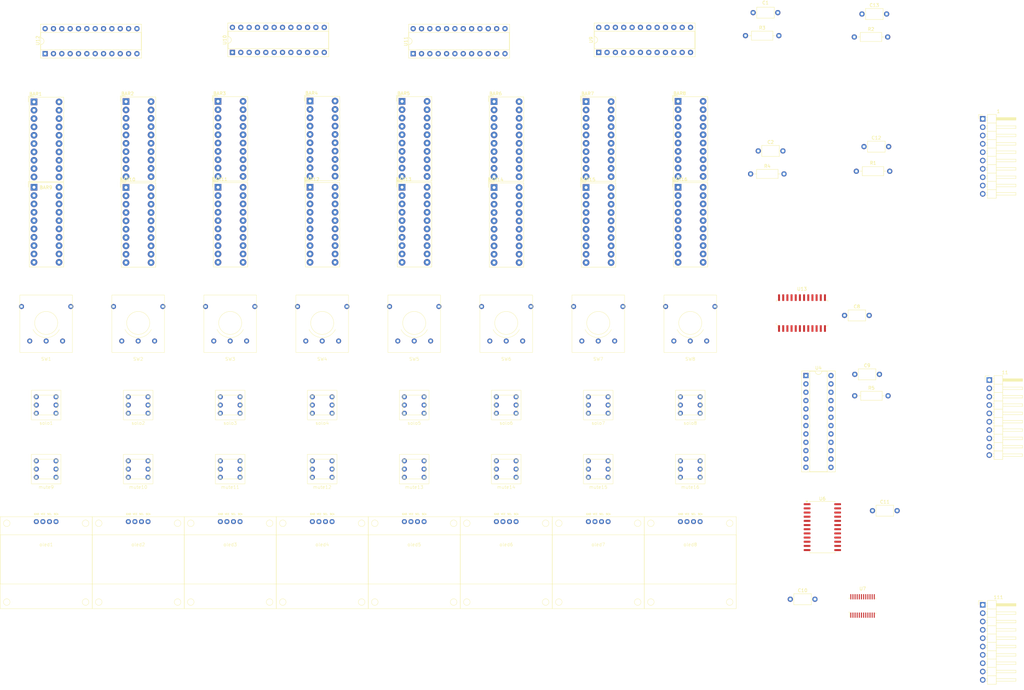
<source format=kicad_pcb>
(kicad_pcb (version 20240108) (generator "pcbnew") (generator_version "8.0")
  (layers (0 "F.Cu" signal) (31 "B.Cu" signal) (34 "B.Paste" user) (35 "F.Paste" user) (36 "B.SilkS" user "B.Silkscreen") (37 "F.SilkS" user "F.Silkscreen") (38 "B.Mask" user) (39 "F.Mask" user) (44 "Edge.Cuts" user))
  (net 0 "")
  (net 1 "Net-(U11-SEG_B)")
  (net 2 "Net-(U11-DIG_0)")
  (net 3 "Net-(U11-SEG_E)")
  (net 4 "Net-(U12-DIG_0)")
  (net 5 "Net-(U12-SEG_E)")
  (net 6 "Net-(U12-SEG_A)")
  (net 7 "Net-(U11-SEG_A)")
  (net 8 "Net-(U12-SEG_D)")
  (net 9 "Net-(U12-SEG_C)")
  (net 10 "Net-(U11-SEG_C)")
  (net 11 "Net-(U11-SEG_D)")
  (net 12 "Net-(U12-SEG_B)")
  (net 13 "Net-(U12-DIG_1)")
  (net 14 "Net-(U11-DIG_1)")
  (net 15 "Net-(U11-DIG_2)")
  (net 16 "Net-(U12-DIG_2)")
  (net 17 "Net-(U11-DIG_3)")
  (net 18 "Net-(U12-DIG_3)")
  (net 19 "Net-(U12-DIG_4)")
  (net 20 "Net-(U11-DIG_4)")
  (net 21 "Net-(U12-DIG_5)")
  (net 22 "Net-(U11-DIG_5)")
  (net 23 "Net-(U12-DIG_6)")
  (net 24 "Net-(U11-DIG_6)")
  (net 25 "Net-(U11-DIG_7)")
  (net 26 "Net-(U12-DIG_7)")
  (net 27 "Net-(U9-DIG_0)")
  (net 28 "Net-(U10-DIG_0)")
  (net 29 "Net-(U9-SEG_D)")
  (net 30 "Net-(U9-SEG_C)")
  (net 31 "Net-(U9-SEG_B)")
  (net 32 "Net-(U10-SEG_B)")
  (net 33 "Net-(U10-SEG_C)")
  (net 34 "Net-(U10-SEG_E)")
  (net 35 "Net-(U9-SEG_E)")
  (net 36 "Net-(U10-SEG_A)")
  (net 37 "Net-(U10-SEG_D)")
  (net 38 "Net-(U9-SEG_A)")
  (net 39 "Net-(U10-DIG_1)")
  (net 40 "Net-(U9-DIG_1)")
  (net 41 "Net-(U9-DIG_2)")
  (net 42 "Net-(U10-DIG_2)")
  (net 43 "Net-(U9-DIG_3)")
  (net 44 "Net-(U10-DIG_3)")
  (net 45 "Net-(U10-DIG_4)")
  (net 46 "Net-(U9-DIG_4)")
  (net 47 "Net-(U10-DIG_5)")
  (net 48 "Net-(U9-DIG_5)")
  (net 49 "Net-(U10-DIG_6)")
  (net 50 "Net-(U9-DIG_6)")
  (net 51 "Net-(U10-DIG_7)")
  (net 52 "Net-(U9-DIG_7)")
  (net 53 "+5V")
  (net 54 "Net-(U6-I6)")
  (net 55 "Net-(U6-I12)")
  (net 56 "Net-(U6-I4)")
  (net 57 "Net-(U6-I14)")
  (net 58 "Net-(U6-I3)")
  (net 59 "/buttons/S0")
  (net 60 "/buttons/COM")
  (net 61 "GND")
  (net 62 "Net-(U6-I15)")
  (net 63 "/buttons/S2")
  (net 64 "Net-(U6-I7)")
  (net 65 "/buttons/S1")
  (net 66 "Net-(U6-I5)")
  (net 67 "Net-(U6-I11)")
  (net 68 "Net-(U6-I9)")
  (net 69 "/buttons/S3")
  (net 70 "Net-(U6-I1)")
  (net 71 "Net-(U6-I10)")
  (net 72 "Net-(U6-I2)")
  (net 73 "Net-(U6-I0)")
  (net 74 "Net-(U6-I13)")
  (net 75 "Net-(U6-I8)")
  (net 76 "/gain/S0")
  (net 77 "/buttons/CLK")
  (net 78 "/meter/CLK")
  (net 79 "/meter/DIN")
  (net 80 "/meter/LOAD")
  (net 81 "/display/SDA")
  (net 82 "/gain/S2")
  (net 83 "/gain/COM")
  (net 84 "/display/A1")
  (net 85 "/display/A2")
  (net 86 "/display/A0")
  (net 87 "/display/SCL")
  (net 88 "/buttons/DIN")
  (net 89 "/buttons/LOAD")
  (net 90 "/gain/S3")
  (net 91 "/gain/S1")
  (net 92 "Net-(U4-SEG_A)")
  (net 93 "Net-(U4-DIG_0)")
  (net 94 "Net-(U4-SEG_B)")
  (net 95 "Net-(U4-SEG_C)")
  (net 96 "Net-(U4-SEG_D)")
  (net 97 "Net-(U4-SEG_E)")
  (net 98 "Net-(U4-SEG_F)")
  (net 99 "Net-(U4-SEG_G)")
  (net 100 "Net-(U4-SEG_DP)")
  (net 101 "Net-(U7-SD0)")
  (net 102 "Net-(U7-SC0)")
  (net 103 "Net-(U7-SD1)")
  (net 104 "Net-(U7-SC1)")
  (net 105 "Net-(U7-SC2)")
  (net 106 "Net-(U7-SD2)")
  (net 107 "Net-(U7-SD3)")
  (net 108 "Net-(U7-SC3)")
  (net 109 "Net-(U7-SD4)")
  (net 110 "Net-(U7-SC4)")
  (net 111 "Net-(U7-SD5)")
  (net 112 "Net-(U7-SC5)")
  (net 113 "Net-(U7-SD6)")
  (net 114 "Net-(U7-SC6)")
  (net 115 "Net-(U7-SC7)")
  (net 116 "Net-(U7-SD7)")
  (net 117 "Net-(U9-ISET)")
  (net 118 "Net-(U10-ISET)")
  (net 119 "Net-(U11-ISET)")
  (net 120 "Net-(U12-ISET)")
  (net 121 "Net-(U4-ISET)")
  (net 122 "Net-(U4-DIG_1)")
  (net 130 "Net-(U10-DIN)")
  (net 132 "Net-(U12-DOUT)")
  (net 139 "Net-(U11-DOUT)")
  (net 146 "Net-(SW6-C)")
  (net 147 "Net-(SW1-C)")
  (net 148 "Net-(SW2-A)")
  (net 149 "Net-(SW7-A)")
  (net 150 "Net-(SW8-A)")
  (net 151 "Net-(SW4-A)")
  (net 152 "Net-(SW2-C)")
  (net 153 "Net-(SW1-A)")
  (net 154 "Net-(SW5-C)")
  (net 155 "Net-(SW5-A)")
  (net 156 "Net-(SW6-A)")
  (net 157 "Net-(SW3-A)")
  (net 158 "Net-(SW3-C)")
  (net 159 "Net-(SW4-C)")
  (net 160 "Net-(SW8-C)")
  (net 161 "Net-(SW7-C)")
  (footprint "mixer:SW_SPST_LED_9mm" (layer "F.Cu") (at 169 138)
    (property "Reference" "solo4")
    (property "Value" "SW_SPST_LED")
  )
  (footprint "mixer:RotaryEncoder" (layer "F.Cu") (at 169 113)
    (property "Reference" "SW4")
    (property "Value" "~")
  )
  (footprint "mixer:SW_SPST_LED_9mm" (layer "F.Cu") (at 253 138)
    (property "Reference" "solo7")
    (property "Value" "SW_SPST_LED")
  )
  (footprint "mixer:oled" (layer "F.Cu") (at 253 186)
    (property "Reference" "oled7")
    (property "Value" "~")
  )
  (footprint "mixer:SW_SPST_LED_9mm" (layer "F.Cu") (at 197 138)
    (property "Reference" "solo5")
    (property "Value" "SW_SPST_LED")
  )
  (footprint "mixer:RotaryEncoder" (layer "F.Cu") (at 253 113)
    (property "Reference" "SW7")
    (property "Value" "~")
  )
  (footprint "Display:HDSP-4832" (layer "F.Cu") (at 221.2975 71.76)
    (property "Reference" "BAR14")
    (property "Value" "HDSP-4832_2")
  )
  (footprint "Display:HDSP-4832" (layer "F.Cu") (at 109.2975 71.7575)
    (property "Reference" "BAR10")
    (property "Value" "HDSP-4832_2")
  )
  (footprint "mixer:RotaryEncoder" (layer "F.Cu") (at 281 113)
    (property "Reference" "SW8")
    (property "Value" "~")
  )
  (footprint "mixer:oled" (layer "F.Cu") (at 141 186)
    (property "Reference" "oled3")
    (property "Value" "~")
  )
  (footprint "mixer:oled" (layer "F.Cu") (at 281 186)
    (property "Reference" "oled8")
    (property "Value" "~")
  )
  (footprint "mixer:oled" (layer "F.Cu") (at 85 186)
    (property "Reference" "oled1")
    (property "Value" "~")
  )
  (footprint "mixer:RotaryEncoder" (layer "F.Cu") (at 197 113)
    (property "Reference" "SW5")
    (property "Value" "~")
  )
  (footprint "mixer:SW_SPST_LED_9mm" (layer "F.Cu") (at 85 157.5)
    (property "Reference" "mute9")
    (property "Value" "SW_SPST_LED")
  )
  (footprint "mixer:SW_SPST_LED_9mm" (layer "F.Cu") (at 169 157.5)
    (property "Reference" "mute12")
    (property "Value" "SW_SPST_LED")
  )
  (footprint "Display:HDSP-4832" (layer "F.Cu") (at 277.2975 71.6775)
    (property "Reference" "BAR16")
    (property "Value" "HDSP-4832_2")
  )
  (footprint "Capacitor_THT:C_Axial_L5.1mm_D3.1mm_P7.50mm_Horizontal" (layer "F.Cu") (at 300.135 18.505)
    (property "Reference" "C1")
    (property "Value" "100nF")
  )
  (footprint "Capacitor_THT:C_Axial_L5.1mm_D3.1mm_P7.50mm_Horizontal" (layer "F.Cu") (at 301.695 60.62)
    (property "Reference" "C2")
    (property "Value" "100nF")
  )
  (footprint "mixer:SW_SPST_LED_9mm" (layer "F.Cu") (at 281 138)
    (property "Reference" "solo8")
    (property "Value" "SW_SPST_LED")
  )
  (footprint "mixer:oled" (layer "F.Cu") (at 225 186)
    (property "Reference" "oled6")
    (property "Value" "~")
  )
  (footprint "Display:HDSP-4832" (layer "F.Cu") (at 81.2975 71.6775)
    (property "Reference" "BAR9")
    (property "Value" "HDSP-4832_2")
  )
  (footprint "Display:HDSP-4832" (layer "F.Cu") (at 249.2975 71.76)
    (property "Reference" "BAR15")
    (property "Value" "HDSP-4832_2")
  )
  (footprint "mixer:oled" (layer "F.Cu") (at 113 186)
    (property "Reference" "oled2")
    (property "Value" "~")
  )
  (footprint "Display:HDSP-4832" (layer "F.Cu") (at 137.2975 71.6775)
    (property "Reference" "BAR11")
    (property "Value" "HDSP-4832_2")
  )
  (footprint "Connector_PinHeader_2.54mm:PinHeader_1x10_P2.54mm_Horizontal" (layer "F.Cu") (at 370 198.84)
    (property "Reference" " 111")
    (property "Value" "HEADER-10")
  )
  (footprint "Display:HDSP-4832" (layer "F.Cu") (at 165.2975 45.4325)
    (property "Reference" "BAR4")
    (property "Value" "HDSP-4832_2")
  )
  (footprint "mixer:RotaryEncoder" (layer "F.Cu") (at 141 113)
    (property "Reference" "SW3")
    (property "Value" "~")
  )
  (footprint "Resistor_THT:R_Axial_DIN0207_L6.3mm_D2.5mm_P10.16mm_Horizontal" (layer "F.Cu") (at 331.54 66.8)
    (property "Reference" "R1")
    (property "Value" "R")
  )
  (footprint "Display:HDSP-4832" (layer "F.Cu") (at 165.2975 71.6775)
    (property "Reference" "BAR12")
    (property "Value" "HDSP-4832_2")
  )
  (footprint "Resistor_THT:R_Axial_DIN0207_L6.3mm_D2.5mm_P10.16mm_Horizontal" (layer "F.Cu") (at 330.92 25.92)
    (property "Reference" "R2")
    (property "Value" "R")
  )
  (footprint "mixer:SW_SPST_LED_9mm" (layer "F.Cu") (at 113 138)
    (property "Reference" "solo2")
    (property "Value" "SW_SPST_LED")
  )
  (footprint "Display:HDSP-4832" (layer "F.Cu") (at 193.2975 45.5175)
    (property "Reference" "BAR5")
    (property "Value" "HDSP-4832_2")
  )
  (footprint "Resistor_THT:R_Axial_DIN0207_L6.3mm_D2.5mm_P10.16mm_Horizontal" (layer "F.Cu") (at 297.805 25.505)
    (property "Reference" "R3")
    (property "Value" "R")
  )
  (footprint "mixer:SW_SPST_LED_9mm" (layer "F.Cu") (at 113 157.5)
    (property "Reference" "mute10")
    (property "Value" "SW_SPST_LED")
  )
  (footprint "Capacitor_THT:C_Axial_L5.1mm_D3.1mm_P7.50mm_Horizontal" (layer "F.Cu") (at 333.87 59.3)
    (property "Reference" "C12")
    (property "Value" "100nF")
  )
  (footprint "Connector_PinHeader_2.54mm:PinHeader_1x10_P2.54mm_Horizontal" (layer "F.Cu") (at 372 130.38)
    (property "Reference" " 11")
    (property "Value" "HEADER-10")
  )
  (footprint "Resistor_THT:R_Axial_DIN0207_L6.3mm_D2.5mm_P10.16mm_Horizontal" (layer "F.Cu") (at 331.04 135.185)
    (property "Reference" "R5")
    (property "Value" "R")
  )
  (footprint "Package_DIP:DIP-24_W7.62mm_Socket" (layer "F.Cu") (at 316.2 129.025)
    (property "Reference" "U4")
    (property "Value" "MAX7219")
  )
  (footprint "Display:HDSP-4832" (layer "F.Cu") (at 137.2975 45.5175)
    (property "Reference" "BAR3")
    (property "Value" "HDSP-4832_2")
  )
  (footprint "digikey-footprints:TSSOP-24_W4.40mm" (layer "F.Cu") (at 333.425 199.185)
    (property "Reference" "U7")
    (property "Value" "TCA9548APWR")
  )
  (footprint "mixer:SW_SPST_LED_9mm" (layer "F.Cu") (at 141 157.5)
    (property "Reference" "mute11")
    (property "Value" "SW_SPST_LED")
  )
  (footprint "mixer:SW_SPST_LED_9mm" (layer "F.Cu") (at 141 138)
    (property "Reference" "solo3")
    (property "Value" "SW_SPST_LED")
  )
  (footprint "Package_DIP:DIP-24_W7.62mm_Socket" (layer "F.Cu") (at 141.68 30.62 90)
    (property "Reference" "U10")
    (property "Value" "GREEN_LOWER")
  )
  (footprint "Package_DIP:DIP-24_W7.62mm_Socket" (layer "F.Cu") (at 196.68 31 90)
    (property "Reference" "U11")
    (property "Value" "RED")
  )
  (footprint "digikey-footprints:SOIC-24_W7.50mm" (layer "F.Cu") (at 315 110)
    (property "Reference" "U13")
    (property "Value" "CD74HC4067M96")
  )
  (footprint "Display:HDSP-4832" (layer "F.Cu") (at 277.2975 45.5125)
    (property "Reference" "BAR8")
    (property "Value" "HDSP-4832_2")
  )
  (footprint "mixer:SW_SPST_LED_9mm" (layer "F.Cu") (at 197 157.5)
    (property "Reference" "mute13")
    (property "Value" "SW_SPST_LED")
  )
  (footprint "mixer:oled" (layer "F.Cu") (at 197 186)
    (property "Reference" "oled5")
    (property "Value" "~")
  )
  (footprint "Resistor_THT:R_Axial_DIN0207_L6.3mm_D2.5mm_P10.16mm_Horizontal" (layer "F.Cu") (at 299.365 67.62)
    (property "Reference" "R4")
    (property "Value" "R")
  )
  (footprint "Display:HDSP-4832" (layer "F.Cu") (at 221.2975 45.595)
    (property "Reference" "BAR6")
    (property "Value" "HDSP-4832_2")
  )
  (footprint "Display:HDSP-4832" (layer "F.Cu") (at 249.2975 45.595)
    (property "Reference" "BAR7")
    (property "Value" "HDSP-4832_2")
  )
  (footprint "Capacitor_THT:C_Axial_L5.1mm_D3.1mm_P7.50mm_Horizontal" (layer "F.Cu") (at 311.44 197.135)
    (property "Reference" "C10")
    (property "Value" "100nF")
  )
  (footprint "Display:HDSP-4832" (layer "F.Cu") (at 81.2975 45.6875)
    (property "Reference" "BAR1")
    (property "Value" "HDSP-4832_2")
  )
  (footprint "mixer:RotaryEncoder" (layer "F.Cu") (at 113 113)
    (property "Reference" "SW2")
    (property "Value" "~")
  )
  (footprint "mixer:RotaryEncoder" (layer "F.Cu") (at 85 113)
    (property "Reference" "SW1")
    (property "Value" "~")
  )
  (footprint "mixer:SW_SPST_LED_9mm" (layer "F.Cu") (at 85 138)
    (property "Reference" "solo1")
    (property "Value" "SW_SPST_LED")
  )
  (footprint "Package_DIP:DIP-24_W7.62mm_Socket" (layer "F.Cu") (at 84.68 31 90)
    (property "Reference" "U12")
    (property "Value" "YELLOW")
  )
  (footprint "Capacitor_THT:C_Axial_L5.1mm_D3.1mm_P7.50mm_Horizontal" (layer "F.Cu") (at 333.25 18.92)
    (property "Reference" "C13")
    (property "Value" "100nF")
  )
  (footprint "mixer:SW_SPST_LED_9mm" (layer "F.Cu") (at 281 157.5)
    (property "Reference" "mute16")
    (property "Value" "SW_SPST_LED")
  )
  (footprint "Package_DIP:DIP-24_W7.62mm_Socket" (layer "F.Cu") (at 253.14 30.62 90)
    (property "Reference" "U9")
    (property "Value" "GREEN_UPPER")
  )
  (footprint "mixer:oled" (layer "F.Cu") (at 169 186)
    (property "Reference" "oled4")
    (property "Value" "~")
  )
  (footprint "Capacitor_THT:C_Axial_L5.1mm_D3.1mm_P7.50mm_Horizontal" (layer "F.Cu") (at 336.45 170.17)
    (property "Reference" "C11")
    (property "Value" "100nF")
  )
  (footprint "mixer:SW_SPST_LED_9mm" (layer "F.Cu") (at 225 138)
    (property "Reference" "solo6")
    (property "Value" "SW_SPST_LED")
  )
  (footprint "Capacitor_THT:C_Axial_L5.1mm_D3.1mm_P7.50mm_Horizontal" (layer "F.Cu") (at 331.07 128.645)
    (property "Reference" "C9")
    (property "Value" "100nF")
  )
  (footprint "Capacitor_THT:C_Axial_L5.1mm_D3.1mm_P7.50mm_Horizontal" (layer "F.Cu") (at 327.945 110.7)
    (property "Reference" "C8")
    (property "Value" "100nF")
  )
  (footprint "mixer:SW_SPST_LED_9mm" (layer "F.Cu") (at 225 157.5)
    (property "Reference" "mute14")
    (property "Value" "SW_SPST_LED")
  )
  (footprint "mixer:RotaryEncoder" (layer "F.Cu") (at 225 113)
    (property "Reference" "SW6")
    (property "Value" "~")
  )
  (footprint "mixer:SW_SPST_LED_9mm" (layer "F.Cu") (at 253 157.5)
    (property "Reference" "mute15")
    (property "Value" "SW_SPST_LED")
  )
  (footprint "Display:HDSP-4832" (layer "F.Cu") (at 109.2975 45.5925)
    (property "Reference" "BAR2")
    (property "Value" "HDSP-4832_2")
  )
  (footprint "Package_SO:SOIC-24W_7.5x15.4mm_P1.27mm" (layer "F.Cu") (at 321.2 175.185)
    (property "Reference" "U6")
    (property "Value" "CD74HC4067M")
  )
  (footprint "Display:HDSP-4832" (layer "F.Cu") (at 193.2975 71.6775)
    (property "Reference" "BAR13")
    (property "Value" "HDSP-4832_2")
  )
  (footprint "Connector_PinHeader_2.54mm:PinHeader_1x10_P2.54mm_Horizontal" (layer "F.Cu") (at 370 50.84)
    (property "Reference" " 1")
    (property "Value" "HEADER-10")
  )
)
</source>
